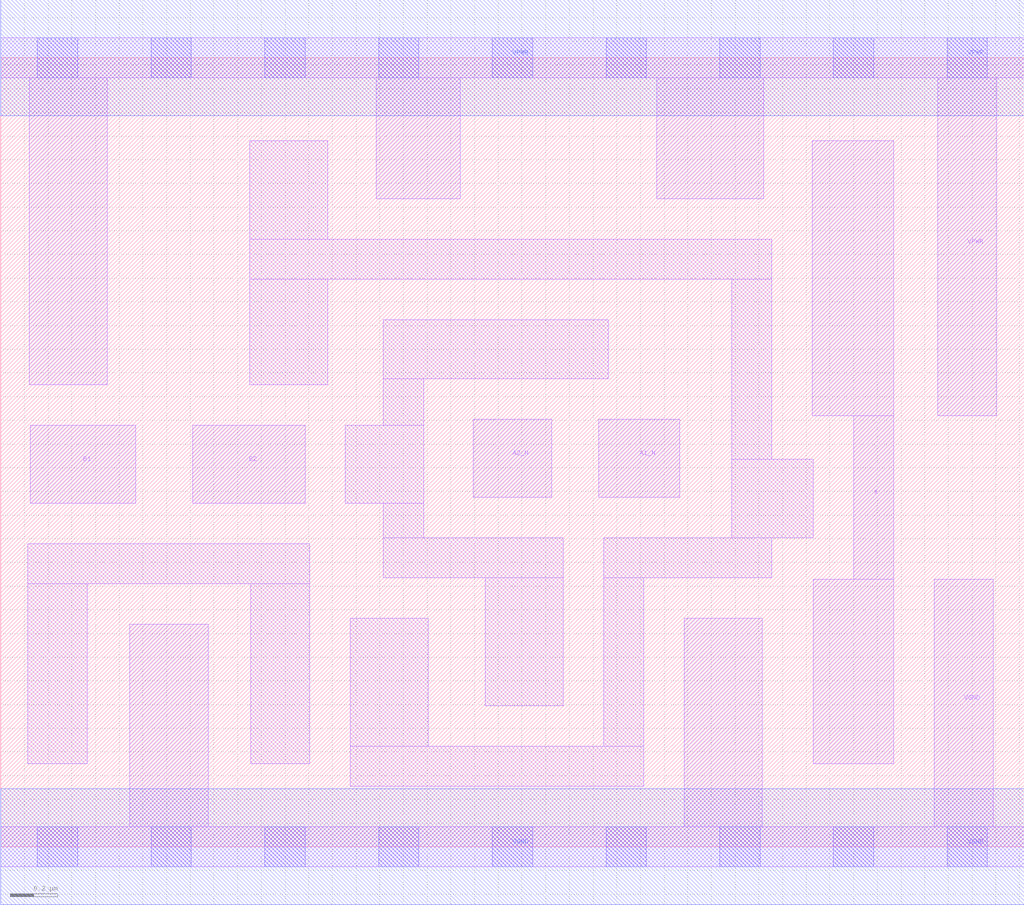
<source format=lef>
# Copyright 2020 The SkyWater PDK Authors
#
# Licensed under the Apache License, Version 2.0 (the "License");
# you may not use this file except in compliance with the License.
# You may obtain a copy of the License at
#
#     https://www.apache.org/licenses/LICENSE-2.0
#
# Unless required by applicable law or agreed to in writing, software
# distributed under the License is distributed on an "AS IS" BASIS,
# WITHOUT WARRANTIES OR CONDITIONS OF ANY KIND, either express or implied.
# See the License for the specific language governing permissions and
# limitations under the License.
#
# SPDX-License-Identifier: Apache-2.0

VERSION 5.7 ;
  NAMESCASESENSITIVE ON ;
  NOWIREEXTENSIONATPIN ON ;
  DIVIDERCHAR "/" ;
  BUSBITCHARS "[]" ;
UNITS
  DATABASE MICRONS 200 ;
END UNITS
MACRO sky130_fd_sc_ls__o2bb2a_2
  CLASS CORE ;
  SOURCE USER ;
  FOREIGN sky130_fd_sc_ls__o2bb2a_2 ;
  ORIGIN  0.000000  0.000000 ;
  SIZE  4.320000 BY  3.330000 ;
  SYMMETRY X Y ;
  SITE unit ;
  PIN A1_N
    ANTENNAGATEAREA  0.222000 ;
    DIRECTION INPUT ;
    USE SIGNAL ;
    PORT
      LAYER li1 ;
        RECT 2.525000 1.475000 2.865000 1.805000 ;
    END
  END A1_N
  PIN A2_N
    ANTENNAGATEAREA  0.222000 ;
    DIRECTION INPUT ;
    USE SIGNAL ;
    PORT
      LAYER li1 ;
        RECT 1.995000 1.475000 2.325000 1.805000 ;
    END
  END A2_N
  PIN B1
    ANTENNAGATEAREA  0.261000 ;
    DIRECTION INPUT ;
    USE SIGNAL ;
    PORT
      LAYER li1 ;
        RECT 0.125000 1.450000 0.570000 1.780000 ;
    END
  END B1
  PIN B2
    ANTENNAGATEAREA  0.261000 ;
    DIRECTION INPUT ;
    USE SIGNAL ;
    PORT
      LAYER li1 ;
        RECT 0.810000 1.450000 1.285000 1.780000 ;
    END
  END B2
  PIN X
    ANTENNADIFFAREA  0.543200 ;
    DIRECTION OUTPUT ;
    USE SIGNAL ;
    PORT
      LAYER li1 ;
        RECT 3.425000 1.820000 3.770000 2.980000 ;
        RECT 3.430000 0.350000 3.770000 1.130000 ;
        RECT 3.600000 1.130000 3.770000 1.820000 ;
    END
  END X
  PIN VGND
    DIRECTION INOUT ;
    SHAPE ABUTMENT ;
    USE GROUND ;
    PORT
      LAYER li1 ;
        RECT 0.000000 -0.085000 4.320000 0.085000 ;
        RECT 0.545000  0.085000 0.875000 0.940000 ;
        RECT 2.885000  0.085000 3.215000 0.965000 ;
        RECT 3.940000  0.085000 4.190000 1.130000 ;
      LAYER mcon ;
        RECT 0.155000 -0.085000 0.325000 0.085000 ;
        RECT 0.635000 -0.085000 0.805000 0.085000 ;
        RECT 1.115000 -0.085000 1.285000 0.085000 ;
        RECT 1.595000 -0.085000 1.765000 0.085000 ;
        RECT 2.075000 -0.085000 2.245000 0.085000 ;
        RECT 2.555000 -0.085000 2.725000 0.085000 ;
        RECT 3.035000 -0.085000 3.205000 0.085000 ;
        RECT 3.515000 -0.085000 3.685000 0.085000 ;
        RECT 3.995000 -0.085000 4.165000 0.085000 ;
      LAYER met1 ;
        RECT 0.000000 -0.245000 4.320000 0.245000 ;
    END
  END VGND
  PIN VPWR
    DIRECTION INOUT ;
    SHAPE ABUTMENT ;
    USE POWER ;
    PORT
      LAYER li1 ;
        RECT 0.000000 3.245000 4.320000 3.415000 ;
        RECT 0.120000 1.950000 0.450000 3.245000 ;
        RECT 1.585000 2.735000 1.940000 3.245000 ;
        RECT 2.770000 2.735000 3.220000 3.245000 ;
        RECT 3.955000 1.820000 4.205000 3.245000 ;
      LAYER mcon ;
        RECT 0.155000 3.245000 0.325000 3.415000 ;
        RECT 0.635000 3.245000 0.805000 3.415000 ;
        RECT 1.115000 3.245000 1.285000 3.415000 ;
        RECT 1.595000 3.245000 1.765000 3.415000 ;
        RECT 2.075000 3.245000 2.245000 3.415000 ;
        RECT 2.555000 3.245000 2.725000 3.415000 ;
        RECT 3.035000 3.245000 3.205000 3.415000 ;
        RECT 3.515000 3.245000 3.685000 3.415000 ;
        RECT 3.995000 3.245000 4.165000 3.415000 ;
      LAYER met1 ;
        RECT 0.000000 3.085000 4.320000 3.575000 ;
    END
  END VPWR
  OBS
    LAYER li1 ;
      RECT 0.115000 0.350000 0.365000 1.110000 ;
      RECT 0.115000 1.110000 1.305000 1.280000 ;
      RECT 1.050000 1.950000 1.380000 2.395000 ;
      RECT 1.050000 2.395000 3.255000 2.565000 ;
      RECT 1.050000 2.565000 1.380000 2.980000 ;
      RECT 1.055000 0.350000 1.305000 1.110000 ;
      RECT 1.455000 1.450000 1.785000 1.780000 ;
      RECT 1.475000 0.255000 2.715000 0.425000 ;
      RECT 1.475000 0.425000 1.805000 0.965000 ;
      RECT 1.615000 1.135000 2.375000 1.305000 ;
      RECT 1.615000 1.305000 1.785000 1.450000 ;
      RECT 1.615000 1.780000 1.785000 1.975000 ;
      RECT 1.615000 1.975000 2.565000 2.225000 ;
      RECT 2.045000 0.595000 2.375000 1.135000 ;
      RECT 2.545000 0.425000 2.715000 1.135000 ;
      RECT 2.545000 1.135000 3.255000 1.305000 ;
      RECT 3.085000 1.305000 3.430000 1.635000 ;
      RECT 3.085000 1.635000 3.255000 2.395000 ;
  END
END sky130_fd_sc_ls__o2bb2a_2

</source>
